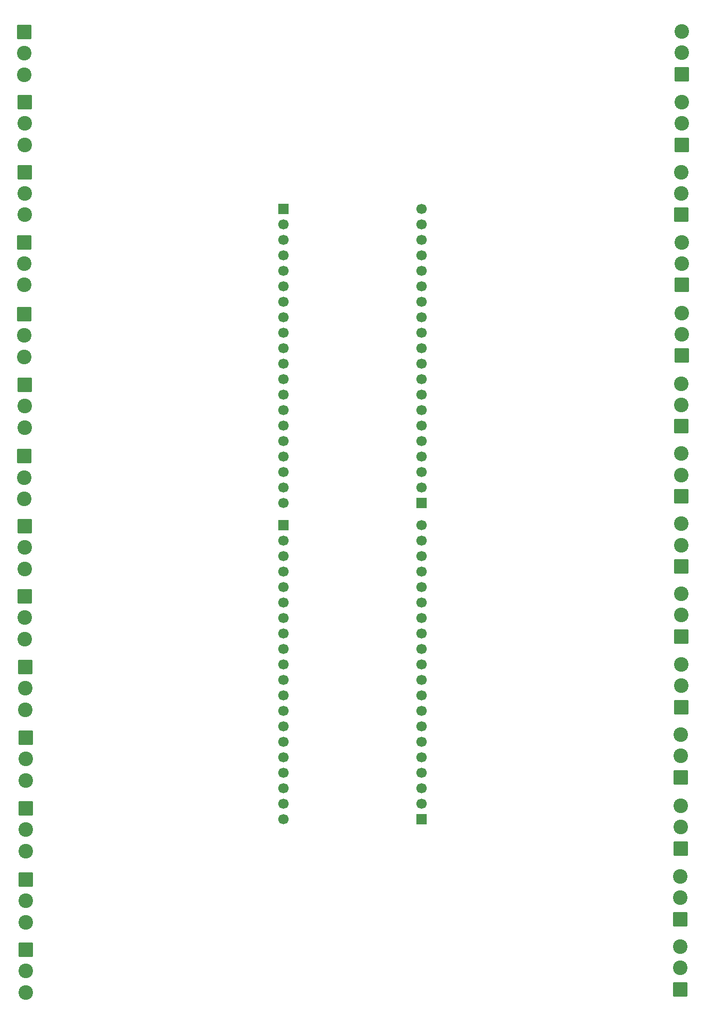
<source format=gbr>
%TF.GenerationSoftware,KiCad,Pcbnew,9.0.4-9.0.4-0~ubuntu24.04.1*%
%TF.CreationDate,2025-10-01T18:10:46-06:00*%
%TF.ProjectId,interfaz_esp32,696e7465-7266-4617-9a5f-65737033322e,rev?*%
%TF.SameCoordinates,Original*%
%TF.FileFunction,Soldermask,Bot*%
%TF.FilePolarity,Negative*%
%FSLAX46Y46*%
G04 Gerber Fmt 4.6, Leading zero omitted, Abs format (unit mm)*
G04 Created by KiCad (PCBNEW 9.0.4-9.0.4-0~ubuntu24.04.1) date 2025-10-01 18:10:46*
%MOMM*%
%LPD*%
G01*
G04 APERTURE LIST*
G04 Aperture macros list*
%AMRoundRect*
0 Rectangle with rounded corners*
0 $1 Rounding radius*
0 $2 $3 $4 $5 $6 $7 $8 $9 X,Y pos of 4 corners*
0 Add a 4 corners polygon primitive as box body*
4,1,4,$2,$3,$4,$5,$6,$7,$8,$9,$2,$3,0*
0 Add four circle primitives for the rounded corners*
1,1,$1+$1,$2,$3*
1,1,$1+$1,$4,$5*
1,1,$1+$1,$6,$7*
1,1,$1+$1,$8,$9*
0 Add four rect primitives between the rounded corners*
20,1,$1+$1,$2,$3,$4,$5,0*
20,1,$1+$1,$4,$5,$6,$7,0*
20,1,$1+$1,$6,$7,$8,$9,0*
20,1,$1+$1,$8,$9,$2,$3,0*%
G04 Aperture macros list end*
%ADD10RoundRect,0.250001X0.949999X-0.949999X0.949999X0.949999X-0.949999X0.949999X-0.949999X-0.949999X0*%
%ADD11C,2.400000*%
%ADD12RoundRect,0.250001X-0.949999X0.949999X-0.949999X-0.949999X0.949999X-0.949999X0.949999X0.949999X0*%
%ADD13R,1.700000X1.700000*%
%ADD14C,1.700000*%
G04 APERTURE END LIST*
D10*
%TO.C,J15*%
X53900000Y-95000000D03*
D11*
X53900000Y-91500000D03*
X53900000Y-88000000D03*
%TD*%
D12*
%TO.C,J29*%
X-53700000Y-88500000D03*
D11*
X-53700000Y-92000000D03*
X-53700000Y-95500000D03*
%TD*%
D13*
%TO.C,J2*%
X-11400000Y-53620000D03*
D14*
X-11400000Y-56160000D03*
X-11400000Y-58700000D03*
X-11400000Y-61240000D03*
X-11400000Y-63780000D03*
X-11400000Y-66320000D03*
X-11400000Y-68860000D03*
X-11400000Y-71400000D03*
X-11400000Y-73940000D03*
X-11400000Y-76480000D03*
X-11400000Y-79020000D03*
X-11400000Y-81560000D03*
X-11400000Y-84100000D03*
X-11400000Y-86640000D03*
X-11400000Y-89180000D03*
X-11400000Y-91720000D03*
X-11400000Y-94260000D03*
X-11400000Y-96800000D03*
X-11400000Y-99340000D03*
X-11400000Y-101880000D03*
%TD*%
D10*
%TO.C,J11*%
X54000000Y-48900000D03*
D11*
X54000000Y-45400000D03*
X54000000Y-41900000D03*
%TD*%
D10*
%TO.C,J12*%
X54000000Y-60400000D03*
D11*
X54000000Y-56900000D03*
X54000000Y-53400000D03*
%TD*%
D10*
%TO.C,J13*%
X54000000Y-71900000D03*
D11*
X54000000Y-68400000D03*
X54000000Y-64900000D03*
%TD*%
D10*
%TO.C,J16*%
X53900000Y-106700000D03*
D11*
X53900000Y-103200000D03*
X53900000Y-99700000D03*
%TD*%
D12*
%TO.C,J20*%
X-53867500Y15800000D03*
D11*
X-53867500Y12300000D03*
X-53867500Y8800000D03*
%TD*%
D10*
%TO.C,J9*%
X54067500Y-25800000D03*
D11*
X54067500Y-22300000D03*
X54067500Y-18800000D03*
%TD*%
D13*
%TO.C,J1*%
X-11400000Y-1740000D03*
D14*
X-11400000Y-4280000D03*
X-11400000Y-6820000D03*
X-11400000Y-9360000D03*
X-11400000Y-11900000D03*
X-11400000Y-14440000D03*
X-11400000Y-16980000D03*
X-11400000Y-19520000D03*
X-11400000Y-22060000D03*
X-11400000Y-24600000D03*
X-11400000Y-27140000D03*
X-11400000Y-29680000D03*
X-11400000Y-32220000D03*
X-11400000Y-34760000D03*
X-11400000Y-37300000D03*
X-11400000Y-39840000D03*
X-11400000Y-42380000D03*
X-11400000Y-44920000D03*
X-11400000Y-47460000D03*
X-11400000Y-50000000D03*
%TD*%
D13*
%TO.C,J4*%
X11300000Y-50000000D03*
D14*
X11300000Y-47460000D03*
X11300000Y-44920000D03*
X11300000Y-42380000D03*
X11300000Y-39840000D03*
X11300000Y-37300000D03*
X11300000Y-34760000D03*
X11300000Y-32220000D03*
X11300000Y-29680000D03*
X11300000Y-27140000D03*
X11300000Y-24600000D03*
X11300000Y-22060000D03*
X11300000Y-19520000D03*
X11300000Y-16980000D03*
X11300000Y-14440000D03*
X11300000Y-11900000D03*
X11300000Y-9360000D03*
X11300000Y-6820000D03*
X11300000Y-4280000D03*
X11300000Y-1740000D03*
%TD*%
D12*
%TO.C,J26*%
X-53900000Y-53800000D03*
D11*
X-53900000Y-57300000D03*
X-53900000Y-60800000D03*
%TD*%
D13*
%TO.C,J3*%
X11300000Y-101900000D03*
D14*
X11300000Y-99360000D03*
X11300000Y-96820000D03*
X11300000Y-94280000D03*
X11300000Y-91740000D03*
X11300000Y-89200000D03*
X11300000Y-86660000D03*
X11300000Y-84120000D03*
X11300000Y-81580000D03*
X11300000Y-79040000D03*
X11300000Y-76500000D03*
X11300000Y-73960000D03*
X11300000Y-71420000D03*
X11300000Y-68880000D03*
X11300000Y-66340000D03*
X11300000Y-63800000D03*
X11300000Y-61260000D03*
X11300000Y-58720000D03*
X11300000Y-56180000D03*
X11300000Y-53640000D03*
%TD*%
D12*
%TO.C,J23*%
X-53967500Y-19000000D03*
D11*
X-53967500Y-22500000D03*
X-53967500Y-26000000D03*
%TD*%
D12*
%TO.C,J25*%
X-53967500Y-42300000D03*
D11*
X-53967500Y-45800000D03*
X-53967500Y-49300000D03*
%TD*%
D10*
%TO.C,J7*%
X54000000Y-2700000D03*
D11*
X54000000Y800000D03*
X54000000Y4300000D03*
%TD*%
D12*
%TO.C,J31*%
X-53700000Y-111800000D03*
D11*
X-53700000Y-115300000D03*
X-53700000Y-118800000D03*
%TD*%
D10*
%TO.C,J17*%
X53867500Y-118300000D03*
D11*
X53867500Y-114800000D03*
X53867500Y-111300000D03*
%TD*%
D10*
%TO.C,J5*%
X54100000Y20400000D03*
D11*
X54100000Y23900000D03*
X54100000Y27400000D03*
%TD*%
D10*
%TO.C,J14*%
X54000000Y-83500000D03*
D11*
X54000000Y-80000000D03*
X54000000Y-76500000D03*
%TD*%
D12*
%TO.C,J32*%
X-53700000Y-123300000D03*
D11*
X-53700000Y-126800000D03*
X-53700000Y-130300000D03*
%TD*%
D12*
%TO.C,J24*%
X-53867500Y-30600000D03*
D11*
X-53867500Y-34100000D03*
X-53867500Y-37600000D03*
%TD*%
D12*
%TO.C,J30*%
X-53700000Y-100100000D03*
D11*
X-53700000Y-103600000D03*
X-53700000Y-107100000D03*
%TD*%
D12*
%TO.C,J19*%
X-53967500Y27300000D03*
D11*
X-53967500Y23800000D03*
X-53967500Y20300000D03*
%TD*%
D12*
%TO.C,J22*%
X-53967500Y-7200000D03*
D11*
X-53967500Y-10700000D03*
X-53967500Y-14200000D03*
%TD*%
D12*
%TO.C,J21*%
X-53867500Y4300000D03*
D11*
X-53867500Y800000D03*
X-53867500Y-2700000D03*
%TD*%
D10*
%TO.C,J6*%
X54067500Y8800000D03*
D11*
X54067500Y12300000D03*
X54067500Y15800000D03*
%TD*%
D10*
%TO.C,J8*%
X54067500Y-14200000D03*
D11*
X54067500Y-10700000D03*
X54067500Y-7200000D03*
%TD*%
D12*
%TO.C,J28*%
X-53800000Y-76900000D03*
D11*
X-53800000Y-80400000D03*
X-53800000Y-83900000D03*
%TD*%
D10*
%TO.C,J18*%
X53867500Y-129800000D03*
D11*
X53867500Y-126300000D03*
X53867500Y-122800000D03*
%TD*%
D12*
%TO.C,J27*%
X-53900000Y-65300000D03*
D11*
X-53900000Y-68800000D03*
X-53900000Y-72300000D03*
%TD*%
D10*
%TO.C,J10*%
X54000000Y-37400000D03*
D11*
X54000000Y-33900000D03*
X54000000Y-30400000D03*
%TD*%
M02*

</source>
